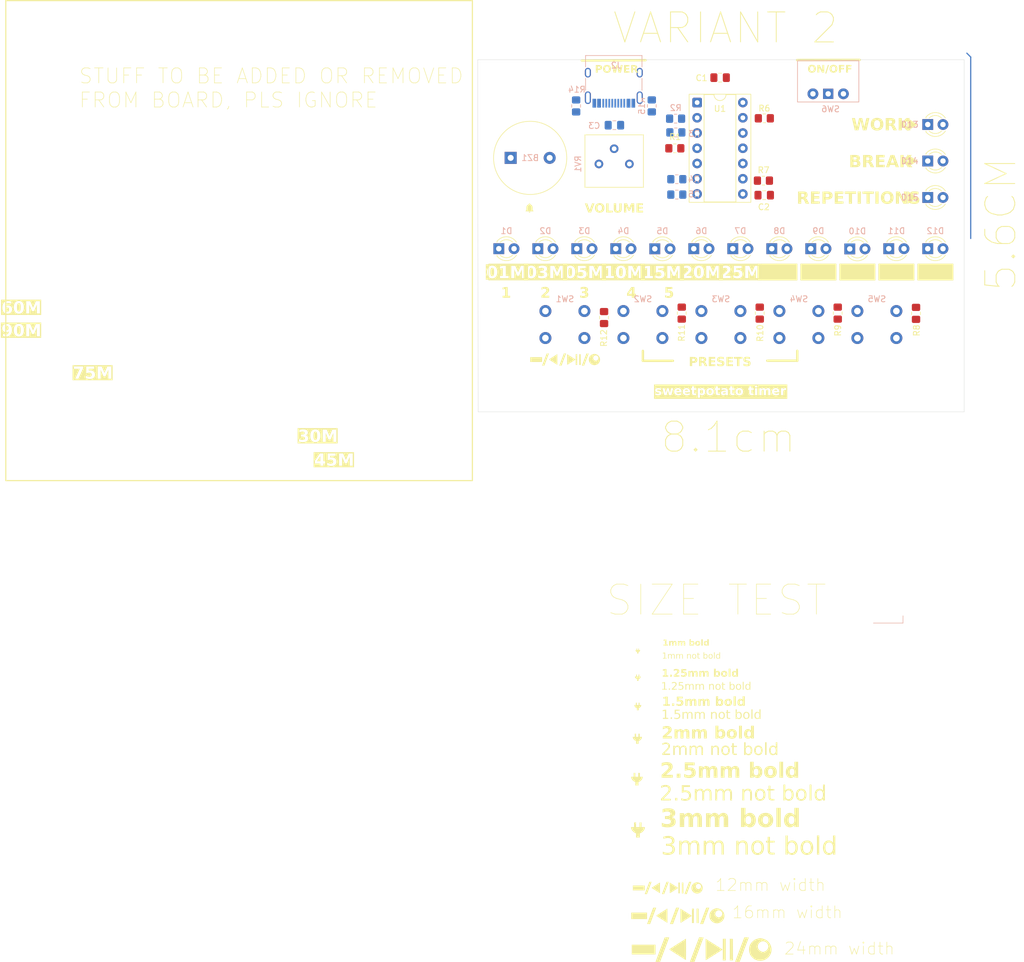
<source format=kicad_pcb>
(kicad_pcb (version 20241229) (generator "pcbnew") (generator_version "9.0")
  (layers (0 "F.Cu" signal) (4 "In1.Cu" signal) (6 "In2.Cu" signal) (2 "B.Cu" signal) (13 "F.Paste" user) (15 "B.Paste" user) (5 "F.SilkS" user "F.Silkscreen") (7 "B.SilkS" user "B.Silkscreen") (1 "F.Mask" user) (3 "B.Mask" user) (25 "Edge.Cuts" user))
  (net 0 "")
  (net 1 "GND")
  (net 2 "Net-(BZ1-+)")
  (net 3 "VCC")
  (net 4 "PA0")
  (net 5 "Net-(D1-K)")
  (net 6 "Net-(D1-A)")
  (net 7 "Net-(D11-A)")
  (net 8 "Net-(D10-A)")
  (net 9 "Net-(D13-K)")
  (net 10 "Net-(U1-~{RESET}{slash}PB3)")
  (net 11 "PB0")
  (net 12 "PB1")
  (net 13 "PA7")
  (net 14 "PA6")
  (net 15 "PA5")
  (net 16 "Net-(R10-Pad1)")
  (net 17 "Net-(R10-Pad2)")
  (net 18 "Net-(R11-Pad2)")
  (net 19 "PB2")
  (net 25 "Net-(R8-Pad1)")
  (net 26 "Net-(R12-Pad2)")
  (net 30 "Net-(J2-CC2)")
  (net 33 "Net-(J2-CC1)")
  (net 35 "+5V")
  (footprint "LOGO" (layer "F.Cu") (at 106.09 92.925)
    (property "Reference" "G***" (hide yes))
    (property "Value" "LOGO" (hide yes))
  )
  (footprint "LED_THT:LED_D3.0mm" (layer "F.Cu") (at 134.029986 74.446)
    (property "Reference" "D7" (at 1.27 -2.96 0) (layer "B.SilkS") (effects (justify mirror)))
    (property "Value" "LED")
    (pad "1" thru_hole rect (at 0 0) (size 1.8 1.8) (drill 0.9) (layers "*.Cu" "*.Mask") (net 7 "Net-(D11-A)"))
    (pad "2" thru_hole circle (at 2.54 0) (size 1.8 1.8) (drill 0.9) (layers "*.Cu" "*.Mask") (net 5 "Net-(D1-K)"))
  )
  (footprint "custom-project-libraries:SW_PUSH_6mm_H5mm" (layer "F.Cu") (at 128.8 84.837)
    (property "Reference" "SW3" (at 3.25 -2 0) (layer "B.SilkS") (effects (justify mirror)))
    (property "Value" "PRESET_2_BTN")
    (pad "1" thru_hole circle (at 0 0 90) (size 2 2) (drill 1.1) (layers "*.Cu" "*.Mask") (net 17 "Net-(R10-Pad2)"))
    (pad "1" thru_hole circle (at 6.5 0 90) (size 2 2) (drill 1.1) (layers "*.Cu" "*.Mask") (net 17 "Net-(R10-Pad2)"))
    (pad "2" thru_hole circle (at 0 4.5 90) (size 2 2) (drill 1.1) (layers "*.Cu" "*.Mask") (net 1 "GND"))
    (pad "2" thru_hole circle (at 6.5 4.5 90) (size 2 2) (drill 1.1) (layers "*.Cu" "*.Mask") (net 1 "GND"))
  )
  (footprint "LED_THT:LED_D3.0mm" (layer "F.Cu") (at 153.529986 74.476)
    (property "Reference" "D10" (at 1.27 -2.96 0) (layer "B.SilkS") (effects (justify mirror)))
    (property "Value" "LED")
    (pad "1" thru_hole rect (at 0 0) (size 1.8 1.8) (drill 0.9) (layers "*.Cu" "*.Mask") (net 5 "Net-(D1-K)"))
    (pad "2" thru_hole circle (at 2.54 0) (size 1.8 1.8) (drill 0.9) (layers "*.Cu" "*.Mask") (net 8 "Net-(D10-A)"))
  )
  (footprint "LED_THT:LED_D3.0mm" (layer "F.Cu") (at 166.529986 74.446)
    (property "Reference" "D12" (at 1.27 -2.96 0) (layer "B.SilkS") (effects (justify mirror)))
    (property "Value" "LED")
    (pad "1" thru_hole rect (at 0 0) (size 1.8 1.8) (drill 0.9) (layers "*.Cu" "*.Mask") (net 7 "Net-(D11-A)"))
    (pad "2" thru_hole circle (at 2.54 0) (size 1.8 1.8) (drill 0.9) (layers "*.Cu" "*.Mask") (net 8 "Net-(D10-A)"))
  )
  (footprint "custom-project-libraries:SW_PUSH_6mm_H5mm" (layer "F.Cu") (at 141.8 84.837)
    (property "Reference" "SW4" (at 3.25 -2 0) (layer "B.SilkS") (effects (justify mirror)))
    (property "Value" "PRESET_3_BTN")
    (pad "1" thru_hole circle (at 0 0 90) (size 2 2) (drill 1.1) (layers "*.Cu" "*.Mask") (net 16 "Net-(R10-Pad1)"))
    (pad "1" thru_hole circle (at 6.5 0 90) (size 2 2) (drill 1.1) (layers "*.Cu" "*.Mask") (net 16 "Net-(R10-Pad1)"))
    (pad "2" thru_hole circle (at 0 4.5 90) (size 2 2) (drill 1.1) (layers "*.Cu" "*.Mask") (net 1 "GND"))
    (pad "2" thru_hole circle (at 6.5 4.5 90) (size 2 2) (drill 1.1) (layers "*.Cu" "*.Mask") (net 1 "GND"))
  )
  (footprint "LED_THT:LED_D3.0mm" (layer "F.Cu") (at 127.529986 74.446)
    (property "Reference" "D6" (at 1.27 -2.96 0) (layer "B.SilkS") (effects (justify mirror)))
    (property "Value" "LED")
    (pad "1" thru_hole rect (at 0 0) (size 1.8 1.8) (drill 0.9) (layers "*.Cu" "*.Mask") (net 6 "Net-(D1-A)"))
    (pad "2" thru_hole circle (at 2.54 0) (size 1.8 1.8) (drill 0.9) (layers "*.Cu" "*.Mask") (net 8 "Net-(D10-A)"))
  )
  (footprint "LED_THT:LED_D3.0mm" (layer "F.Cu") (at 160.029986 74.446)
    (property "Reference" "D11" (at 1.27 -2.96 0) (layer "B.SilkS") (effects (justify mirror)))
    (property "Value" "LED")
    (pad "1" thru_hole rect (at 0 0) (size 1.8 1.8) (drill 0.9) (layers "*.Cu" "*.Mask") (net 8 "Net-(D10-A)"))
    (pad "2" thru_hole circle (at 2.54 0) (size 1.8 1.8) (drill 0.9) (layers "*.Cu" "*.Mask") (net 7 "Net-(D11-A)"))
  )
  (footprint "LED_THT:LED_D3.0mm" (layer "F.Cu") (at 166.529986 59.825775)
    (property "Reference" "D14" (at -3 0 180) (layer "B.SilkS"))
    (property "Value" "LED")
    (pad "1" thru_hole rect (at 0 0) (size 1.8 1.8) (drill 0.9) (layers "*.Cu" "*.Mask") (net 8 "Net-(D10-A)"))
    (pad "2" thru_hole circle (at 2.54 0) (size 1.8 1.8) (drill 0.9) (layers "*.Cu" "*.Mask") (net 9 "Net-(D13-K)"))
  )
  (footprint "LOGO" (layer "F.Cu") (at 124.875 185.65)
    (property "Reference" "G***" (hide yes))
    (property "Value" "LOGO" (hide yes))
  )
  (footprint "LED_THT:LED_D3.0mm" (layer "F.Cu") (at 114.529986 74.446)
    (property "Reference" "D4" (at 1.27 -2.96 0) (layer "B.SilkS") (effects (justify mirror)))
    (property "Value" "LED")
    (pad "1" thru_hole rect (at 0 0) (size 1.8 1.8) (drill 0.9) (layers "*.Cu" "*.Mask") (net 6 "Net-(D1-A)"))
    (pad "2" thru_hole circle (at 2.54 0) (size 1.8 1.8) (drill 0.9) (layers "*.Cu" "*.Mask") (net 7 "Net-(D11-A)"))
  )
  (footprint "MountingHole:MountingHole_3.2mm_M3" (layer "F.Cu") (at 96.33 47.78)
    (property "Reference" "REF**" (hide yes))
    (property "Value" "MountingHole_3.2mm_M3")
    (pad "" np_thru_hole circle (at 0 0) (size 3.2 3.2) (drill 3.2) (layers "*.Cu" "*.Mask"))
  )
  (footprint "LED_THT:LED_D3.0mm" (layer "F.Cu") (at 166.529986 53.745775)
    (property "Reference" "D13" (at -3 0 180) (layer "B.SilkS"))
    (property "Value" "LED")
    (pad "1" thru_hole rect (at 0 0) (size 1.8 1.8) (drill 0.9) (layers "*.Cu" "*.Mask") (net 9 "Net-(D13-K)"))
    (pad "2" thru_hole circle (at 2.54 0) (size 1.8 1.8) (drill 0.9) (layers "*.Cu" "*.Mask") (net 8 "Net-(D10-A)"))
  )
  (footprint "MountingHole:MountingHole_3.2mm_M3" (layer "F.Cu") (at 167.8 47.78)
    (property "Reference" "REF**" (hide yes))
    (property "Value" "MountingHole_3.2mm_M3")
    (pad "" np_thru_hole circle (at 0 0) (size 3.2 3.2) (drill 3.2) (layers "*.Cu" "*.Mask"))
  )
  (footprint "custom-project-libraries:SW_PUSH_6mm_H5mm" (layer "F.Cu") (at 154.8 84.837)
    (property "Reference" "SW5" (at 3.25 -2 0) (layer "B.SilkS") (effects (justify mirror)))
    (property "Value" "RIGHT_BTN")
    (pad "1" thru_hole circle (at 0 0 90) (size 2 2) (drill 1.1) (layers "*.Cu" "*.Mask") (net 25 "Net-(R8-Pad1)"))
    (pad "1" thru_hole circle (at 6.5 0 90) (size 2 2) (drill 1.1) (layers "*.Cu" "*.Mask") (net 25 "Net-(R8-Pad1)"))
    (pad "2" thru_hole circle (at 0 4.5 90) (size 2 2) (drill 1.1) (layers "*.Cu" "*.Mask") (net 1 "GND"))
    (pad "2" thru_hole circle (at 6.5 4.5 90) (size 2 2) (drill 1.1) (layers "*.Cu" "*.Mask") (net 1 "GND"))
  )
  (footprint "LOGO" (layer "F.Cu") (at 118.200001 141.431349)
    (property "Reference" "G***" (hide yes))
    (property "Value" "LOGO" (hide yes))
  )
  (footprint "LOGO" (layer "F.Cu") (at 123.2 181)
    (property "Reference" "G***" (hide yes))
    (property "Value" "LOGO" (hide yes))
  )
  (footprint "LOGO" (layer "F.Cu") (at 100.150001 67.634209)
    (property "Reference" "G***" (hide yes))
    (property "Value" "LOGO" (hide yes))
  )
  (footprint "LOGO" (layer "F.Cu") (at 128.85 191.275)
    (property "Reference" "G***" (hide yes))
    (property "Value" "LOGO" (hide yes))
  )
  (footprint "Resistor_SMD:R_0805_2012Metric_Pad1.20x1.40mm_HandSolder" (layer "F.Cu") (at 164.577 85.222 90)
    (property "Reference" "R8" (at -2.85 0.105 90) (layer "F.SilkS"))
    (property "Value" "10")
    (pad "1" smd roundrect (at -1 0 90) (size 1.2 1.4) (layers "F.Cu" "F.Mask" "F.Paste") (roundrect_rratio 0.208333) (net 25 "Net-(R8-Pad1)"))
    (pad "2" smd roundrect (at 1 0 90) (size 1.2 1.4) (layers "F.Cu" "F.Mask" "F.Paste") (roundrect_rratio 0.208333) (net 15 "PA5"))
  )
  (footprint "custom-project-libraries:SW_PUSH_6mm_H5mm" (layer "F.Cu") (at 102.8 84.837)
    (property "Reference" "SW1" (at 3.25 -2 0) (layer "B.SilkS") (effects (justify mirror)))
    (property "Value" "LEFT_BTN")
    (pad "1" thru_hole circle (at 0 0 90) (size 2 2) (drill 1.1) (layers "*.Cu" "*.Mask") (net 26 "Net-(R12-Pad2)"))
    (pad "1" thru_hole circle (at 6.5 0 90) (size 2 2) (drill 1.1) (layers "*.Cu" "*.Mask") (net 26 "Net-(R12-Pad2)"))
    (pad "2" thru_hole circle (at 0 4.5 90) (size 2 2) (drill 1.1) (layers "*.Cu" "*.Mask") (net 1 "GND"))
    (pad "2" thru_hole circle (at 6.5 4.5 90) (size 2 2) (drill 1.1) (layers "*.Cu" "*.Mask") (net 1 "GND"))
  )
  (footprint "Resistor_SMD:R_0805_2012Metric_Pad1.20x1.40mm_HandSolder" (layer "F.Cu") (at 139.29 52.71)
    (property "Reference" "R6" (at 0 -1.65 0) (layer "F.SilkS"))
    (property "Value" "150")
    (pad "1" smd roundrect (at -1 0) (size 1.2 1.4) (layers "F.Cu" "F.Mask" "F.Paste") (roundrect_rratio 0.208333) (net 4 "PA0"))
    (pad "2" smd roundrect (at 1 0) (size 1.2 1.4) (layers "F.Cu" "F.Mask" "F.Paste") (roundrect_rratio 0.208333) (net 9 "Net-(D13-K)"))
  )
  (footprint "LOGO" (layer "F.Cu") (at 118.225 171.1)
    (property "Reference" "G***" (hide yes))
    (property "Value" "LOGO" (hide yes))
  )
  (footprint "Capacitor_SMD:C_0805_2012Metric_Pad1.18x1.45mm_HandSolder" (layer "F.Cu") (at 139.27 65.52 180)
    (property "Reference" "C2" (at 0.06 -1.98 0) (layer "F.SilkS"))
    (property "Value" "100n")
    (pad "1" smd roundrect (at -1.0375 0 180) (size 1.175 1.45) (layers "F.Cu" "F.Mask" "F.Paste") (roundrect_rratio 0.212766) (net 15 "PA5"))
    (pad "2" smd roundrect (at 1.0375 0 180) (size 1.175 1.45) (layers "F.Cu" "F.Mask" "F.Paste") (roundrect_rratio 0.212766) (net 1 "GND"))
  )
  (footprint "Resistor_SMD:R_0805_2012Metric_Pad1.20x1.40mm_HandSolder" (layer "F.Cu") (at 151.525 85.185 90)
    (property "Reference" "R9" (at -2.89 0.04 90) (layer "F.SilkS"))
    (property "Value" "510")
    (pad "1" smd roundrect (at -1 0 90) (size 1.2 1.4) (layers "F.Cu" "F.Mask" "F.Paste") (roundrect_rratio 0.208333) (net 15 "PA5"))
    (pad "2" smd roundrect (at 1 0 90) (size 1.2 1.4) (layers "F.Cu" "F.Mask" "F.Paste") (roundrect_rratio 0.208333) (net 16 "Net-(R10-Pad1)"))
  )
  (footprint "LED_THT:LED_D3.0mm" (layer "F.Cu") (at 95.029986 74.446)
    (property "Reference" "D1" (at 1.27 -2.96 0) (layer "B.SilkS") (effects (justify mirror)))
    (property "Value" "LED")
    (pad "1" thru_hole rect (at 0 0) (size 1.8 1.8) (drill 0.9) (layers "*.Cu" "*.Mask") (net 5 "Net-(D1-K)"))
    (pad "2" thru_hole circle (at 2.54 0) (size 1.8 1.8) (drill 0.9) (layers "*.Cu" "*.Mask") (net 6 "Net-(D1-A)"))
  )
  (footprint "LED_THT:LED_D3.0mm" (layer "F.Cu") (at 108.029986 74.446)
    (property "Reference" "D3" (at 1.27 -2.96 0) (layer "B.SilkS") (effects (justify mirror)))
    (property "Value" "LED")
    (pad "1" thru_hole rect (at 0 0) (size 1.8 1.8) (drill 0.9) (layers "*.Cu" "*.Mask") (net 7 "Net-(D11-A)"))
    (pad "2" thru_hole circle (at 2.54 0) (size 1.8 1.8) (drill 0.9) (layers "*.Cu" "*.Mask") (net 6 "Net-(D1-A)"))
  )
  (footprint "Resistor_SMD:R_0805_2012Metric_Pad1.20x1.40mm_HandSolder" (layer "F.Cu") (at 138.525 85.185 90)
    (property "Reference" "R10" (at -3.33 0.065 90) (layer "F.SilkS"))
    (property "Value" "680")
    (pad "1" smd roundrect (at -1 0 90) (size 1.2 1.4) (layers "F.Cu" "F.Mask" "F.Paste") (roundrect_rratio 0.208333) (net 16 "Net-(R10-Pad1)"))
    (pad "2" smd roundrect (at 1 0 90) (size 1.2 1.4) (layers "F.Cu" "F.Mask" "F.Paste") (roundrect_rratio 0.208333) (net 17 "Net-(R10-Pad2)"))
  )
  (footprint "Resistor_SMD:R_0805_2012Metric_Pad1.20x1.40mm_HandSolder" (layer "F.Cu") (at 124.37 57.71)
    (property "Reference" "R1" (at 0.06 -1.896 0) (layer "F.SilkS"))
    (property "Value" "10k")
    (pad "1" smd roundrect (at -1 0) (size 1.2 1.4) (layers "F.Cu" "F.Mask" "F.Paste") (roundrect_rratio 0.208333) (net 3 "VCC"))
    (pad "2" smd roundrect (at 1 0) (size 1.2 1.4) (layers "F.Cu" "F.Mask" "F.Paste") (roundrect_rratio 0.208333) (net 10 "Net-(U1-~{RESET}{slash}PB3)"))
  )
  (footprint "MountingHole:MountingHole_3.2mm_M3" (layer "F.Cu") (at 96.33 96.75)
    (property "Reference" "REF**" (hide yes))
    (property "Value" "MountingHole_3.2mm_M3")
    (pad "" np_thru_hole circle (at 0 0) (size 3.2 3.2) (drill 3.2) (layers "*.Cu" "*.Mask"))
  )
  (footprint "LED_THT:LED_D3.0mm" (layer "F.Cu") (at 166.529986 65.905775)
    (property "Reference" "D15" (at -3 0 180) (layer "B.SilkS"))
    (property "Value" "LED")
    (pad "1" thru_hole rect (at 0 0) (size 1.8 1.8) (drill 0.9) (layers "*.Cu" "*.Mask") (net 9 "Net-(D13-K)"))
    (pad "2" thru_hole circle (at 2.54 0) (size 1.8 1.8) (drill 0.9) (layers "*.Cu" "*.Mask") (net 7 "Net-(D11-A)"))
  )
  (footprint "custom-project-libraries:SW_PUSH_6mm_H5mm" (layer "F.Cu") (at 115.8 84.837)
    (property "Reference" "SW2" (at 3.25 -2 0) (layer "B.SilkS") (effects (justify mirror)))
    (property "Value" "PRESET_1_BTN")
    (pad "1" thru_hole circle (at 0 0 90) (size 2 2) (drill 1.1) (layers "*.Cu" "*.Mask") (net 18 "Net-(R11-Pad2)"))
    (pad "1" thru_hole circle (at 6.5 0 90) (size 2 2) (drill 1.1) (layers "*.Cu" "*.Mask") (net 18 "Net-(R11-Pad2)"))
    (pad "2" thru_hole circle (at 0 4.5 90) (size 2 2) (drill 1.1) (layers "*.Cu" "*.Mask") (net 1 "GND"))
    (pad "2" thru_hole circle (at 6.5 4.5 90) (size 2 2) (drill 1.1) (layers "*.Cu" "*.Mask") (net 1 "GND"))
  )
  (footprint "LOGO" (layer "F.Cu") (at 118.200001 145.856349)
    (property "Reference" "G***" (hide yes))
    (property "Value" "LOGO" (hide yes))
  )
  (footprint "LOGO" (layer "F.Cu") (at 118.125 155.975)
    (property "Reference" "G***" (hide yes))
    (property "Value" "LOGO" (hide yes))
  )
  (footprint "Resistor_SMD:R_0805_2012Metric_Pad1.20x1.40mm_HandSolder" (layer "F.Cu") (at 112.575 85.925 90)
    (property "Reference" "R12" (at -3.42 -0.03 90) (layer "F.SilkS"))
    (property "Value" "5.1k")
    (pad "1" smd roundrect (at -1 0 90) (size 1.2 1.4) (layers "F.Cu" "F.Mask" "F.Paste") (roundrect_rratio 0.208333) (net 18 "Net-(R11-Pad2)"))
    (pad "2" smd roundrect (at 1 0 90) (size 1.2 1.4) (layers "F.Cu" "F.Mask" "F.Paste") (roundrect_rratio 0.208333) (net 26 "Net-(R12-Pad2)"))
  )
  (footprint "Package_DIP:DIP-14_W7.62mm_Socket" (layer "F.Cu") (at 128.09 50.084)
    (property "Reference" "U1" (at 3.81 1.02 0) (layer "F.SilkS"))
    (property "Value" "ATtiny84A-P")
    (pad "1" thru_hole roundrect (at 0 0) (size 1.6 1.6) (drill 0.8) (layers "*.Cu" "*.Mask") (roundrect_rratio 0.15625) (net 3 "VCC"))
    (pad "2" thru_hole circle (at 0 2.54) (size 1.6 1.6) (drill 0.8) (layers "*.Cu" "*.Mask") (net 11 "PB0"))
    (pad "3" thru_hole circle (at 0 5.08) (size 1.6 1.6) (drill 0.8) (layers "*.Cu" "*.Mask") (net 12 "PB1"))
    (pad "4" thru_hole circle (at 0 7.62) (size 1.6 1.6) (drill 0.8) (layers "*.Cu" "*.Mask") (net 10 "Net-(U1-~{RESET}{slash}PB3)"))
    (pad "5" thru_hole circle (at 0 10.16) (size 1.6 1.6) (drill 0.8) (layers "*.Cu" "*.Mask") (net 19 "PB2"))
    (pad "6" thru_hole circle (at 0 12.7) (size 1.6 1.6) (drill 0.8) (layers "*.Cu" "*.Mask") (net 13 "PA7"))
    (pad "7" thru_hole circle (at 0 15.24) (size 1.6 1.6) (drill 0.8) (layers "*.Cu" "*.Mask") (net 14 "PA6"))
    (pad "8" thru_hole circle (at 7.62 15.24) (size 1.6 1.6) (drill 0.8) (layers "*.Cu" "*.Mask") (net 15 "PA5"))
    (pad "9" thru_hole circle (at 7.62 12.7) (size 1.6 1.6) (drill 0.8) (layers "*.Cu" "*.Mask"))
    (pad "10" thru_hole circle (at 7.62 10.16) (size 1.6 1.6) (drill 0.8) (layers "*.Cu" "*.Mask"))
    (pad "11" thru_hole circle (at 7.62 7.62) (size 1.6 1.6) (drill 0.8) (layers "*.Cu" "*.Mask"))
    (pad "12" thru_hole circle (at 7.62 5.08) (size 1.6 1.6) (drill 0.8) (layers "*.Cu" "*.Mask"))
    (pad "13" thru_hole circle (at 7.62 2.54) (size 1.6 1.6) (drill 0.8) (layers "*.Cu" "*.Mask") (net 4 "PA0"))
    (pad "14" thru_hole circle (at 7.62 0) (size 1.6 1.6) (drill 0.8) (layers "*.Cu" "*.Mask") (net 1 "GND"))
  )
  (footprint "LED_THT:LED_D3.0mm" (layer "F.Cu") (at 121.029986 74.461)
    (property "Reference" "D5" (at 1.27 -2.96 0) (layer "B.SilkS") (effects (justify mirror)))
    (property "Value" "LED")
    (pad "1" thru_hole rect (at 0 0) (size 1.8 1.8) (drill 0.9) (layers "*.Cu" "*.Mask") (net 8 "Net-(D10-A)"))
    (pad "2" thru_hole circle (at 2.54 0) (size 1.8 1.8) (drill 0.9) (layers "*.Cu" "*.Mask") (net 6 "Net-(D1-A)"))
  )
  (footprint "MountingHole:MountingHole_3.2mm_M3" (layer "F.Cu") (at 167.8 96.75)
    (property "Reference" "REF**" (hide yes))
    (property "Value" "MountingHole_3.2mm_M3")
    (pad "" np_thru_hole circle (at 0 0) (size 3.2 3.2) (drill 3.2) (layers "*.Cu" "*.Mask"))
  )
  (footprint "LED_THT:LED_D3.0mm" (layer "F.Cu") (at 147.029986 74.446)
    (property "Reference" "D9" (at 1.27 -2.96 0) (layer "B.SilkS") (effects (justify mirror)))
    (property "Value" "LED")
    (pad "1" thru_hole rect (at 0 0) (size 1.8 1.8) (drill 0.9) (layers "*.Cu" "*.Mask") (net 8 "Net-(D10-A)"))
    (pad "2" thru_hole circle (at 2.54 0) (size 1.8 1.8) (drill 0.9) (layers "*.Cu" "*.Mask") (net 5 "Net-(D1-K)"))
  )
  (footprint "Resistor_SMD:R_0805_2012Metric_Pad1.20x1.40mm_HandSolder" (layer "F.Cu") (at 125.525 85.185 90)
    (property "Reference" "R11" (at -3.288 -0.015 90) (layer "F.SilkS"))
    (property "Value" "2.2k")
    (pad "1" smd roundrect (at -1 0 90) (size 1.2 1.4) (layers "F.Cu" "F.Mask" "F.Paste") (roundrect_rratio 0.208333) (net 17 "Net-(R10-Pad2)"))
    (pad "2" smd roundrect (at 1 0 90) (size 1.2 1.4) (layers "F.Cu" "F.Mask" "F.Paste") (roundrect_rratio 0.208333) (net 18 "Net-(R11-Pad2)"))
  )
  (footprint "Capacitor_SMD:C_0805_2012Metric_Pad1.18x1.45mm_HandSolder" (layer "F.Cu") (at 131.92 45.934)
    (property "Reference" "C1" (at -3.093405 0.054684 0) (layer "F.SilkS"))
    (property "Value" "100n")
    (pad "1" smd roundrect (at -1.0375 0) (size 1.175 1.45) (layers "F.Cu" "F.Mask" "F.Paste") (roundrect_rratio 0.212766) (net 3 "VCC"))
    (pad "2" smd roundrect (at 1.0375 0) (size 1.175 1.45) (layers "F.Cu" "F.Mask" "F.Paste") (roundrect_rratio 0.212766) (net 1 "GND"))
  )
  (footprint "custom-project-libraries:Potentiometer_Bourns_3386P_Vertical" (layer "F.Cu") (at 116.798 60.322 90)
    (property "Reference" "RV1" (at -0.015 -8.555 270) (layer "B.SilkS") (effects (justify mirror)))
    (property "Value" "B10K")
    (pad "1" thru_hole circle (at 0 0 90) (size 1.44 1.44) (drill 0.8) (layers "*.Cu" "*.Mask") (net 1 "GND"))
    (pad "2" thru_hole circle (at 2.54 -2.54 90) (size 1.44 1.44) (drill 0.8) (layers "*.Cu" "*.Mask") (net 2 "Net-(BZ1-+)"))
    (pad "3" thru_hole circle (at 0 -5.08 90) (size 1.44 1.44) (drill 0.8) (layers "*.Cu" "*.Mask") (net 19 "PB2"))
  )
  (footprint "custom-project-libraries:Buzzer_12x5.5RM6.5" (layer "F.Cu") (at 97.7585 59.306)
    (property "Reference" "BZ1" (at 2.5 0 0) (layer "B.SilkS") (effects (justify mirror)))
    (property "Value" "PIEZO_BUZZER")
    (pad "1" thru_hole rect (at -0.75 0) (size 2 2) (drill 1) (layers "*.Cu" "*.Mask") (net 2 "Net-(BZ1-+)"))
    (pad "2" thru_hole circle (at 5.75 0) (size 2 2) (drill 1) (layers "*.Cu" "*.Mask") (net 1 "GND"))
  )
  (footprint "LED_THT:LED_D3.0mm" (layer "F.Cu") (at 140.529986 74.446)
    (property "Reference" "D8" (at 1.27 -2.96 0) (layer "B.SilkS") (effects (justify mirror)))
    (property "Value" "LED")
    (pad "1" thru_hole rect (at 0 0) (size 1.8 1.8) (drill 0.9) (layers "*.Cu" "*.Mask") (net 5 "Net-(D1-K)"))
    (pad "2" thru_hole circle (at 2.54 0) (size 1.8 1.8) (drill 0.9) (layers "*.Cu" "*.Mask") (net 7 "Net-(D11-A)"))
  )
  (footprint "Resistor_SMD:R_0805_2012Metric_Pad1.20x1.40mm_HandSolder" (layer "F.Cu") (at 139.14 63.1 180)
    (property "Reference" "R7" (at -0.03 1.76 0) (layer "F.SilkS"))
    (property "Value" "2.2k")
    (pad "1" smd roundrect (at -1 0 180) (size 1.2 1.4) (layers "F.Cu" "F.Mask" "F.Paste") (roundrect_rratio 0.208333) (net 3 "VCC"))
    (pad "2" smd roundrect (at 1 0 180) (size 1.2 1.4) (layers "F.Cu" "F.Mask" "F.Paste") (roundrect_rratio 0.208333) (net 15 "PA5"))
  )
  (footprint "LOGO" (layer "F.Cu") (at 118.05 162.675)
    (property "Reference" "G***" (hide yes))
    (property "Value" "LOGO" (hide yes))
  )
  (footprint "LOGO" (layer "F.Cu") (at 118.200001 150.631349)
    (property "Reference" "G***" (hide yes))
    (property "Value" "LOGO" (hide yes))
  )
  (footprint "LED_THT:LED_D3.0mm" (layer "F.Cu") (at 101.529986 74.446)
    (property "Reference" "D2" (at 1.27 -2.96 0) (layer "B.SilkS") (effects (justify mirror)))
    (property "Value" "LED")
    (pad "1" thru_hole rect (at 0 0) (size 1.8 1.8) (drill 0.9) (layers "*.Cu" "*.Mask") (net 6 "Net-(D1-A)"))
    (pad "2" thru_hole circle (at 2.54 0) (size 1.8 1.8) (drill 0.9) (layers "*.Cu" "*.Mask") (net 5 "Net-(D1-K)"))
  )
  (footprint "Resistor_SMD:R_0805_2012Metric_Pad1.20x1.40mm_HandSolder" (layer "B.Cu") (at 124.54 55.06)
    (property "Reference" "R3" (at 3.05 0.22 0) (layer "B.SilkS") (effects (justify mirror)))
    (property "Value" "150")
    (pad "1" smd roundrect (at -1 0) (size 1.2 1.4) (layers "B.Cu" "B.Mask" "B.Paste") (roundrect_rratio 0.208333) (net 12 "PB1"))
    (pad "2" smd roundrect (at 1 0) (size 1.2 1.4) (layers "B.Cu" "B.Mask" "B.Paste") (roundrect_rratio 0.208333) (net 5 "Net-(D1-K)"))
  )
  (footprint "Resistor_SMD:R_0805_2012Metric_Pad1.20x1.40mm_HandSolder" (layer "B.Cu") (at 120.53 50.64 -90)
    (property "Reference" "R15" (at 0 1.65 90) (layer "B.SilkS") (effects (justify mirror)))
    (property "Value" "5.1k")
    (pad "1" smd roundrect (at -1 0 270) (size 1.2 1.4) (layers "B.Cu" "B.Mask" "B.Paste") (roundrect_rratio 0.208333) (net 1 "GND"))
    (pad "2" smd roundrect (at 1 0 270) (size 1.2 1.4) (layers "B.Cu" "B.Mask" "B.Paste") (roundrect_rratio 0.208333) (net 30 "Net-(J2-CC2)"))
  )
  (footprint "Resistor_SMD:R_0805_2012Metric_Pad1.20x1.40mm_HandSolder" (layer "B.Cu") (at 124.5 52.77)
    (property "Reference" "R2" (at 0.02 -1.794 0) (layer "B.SilkS") (effects (justify mirror)))
    (property "Value" "150")
    (pad "1" smd roundrect (at -1 0) (size 1.2 1.4) (layers "B.Cu" "B.Mask" "B.Paste") (roundrect_rratio 0.208333) (net 11 "PB0"))
    (pad "2" smd roundrect (at 1 0) (size 1.2 1.4) (layers "B.Cu" "B.Mask" "B.Paste") (roundrect_rratio 0.208333) (net 6 "Net-(D1-A)"))
  )
  (footprint "Resistor_SMD:R_0805_2012Metric_Pad1.20x1.40mm_HandSolder" (layer "B.Cu") (at 124.7 62.86)
    (property "Reference" "R4" (at 2.84 0 0) (layer "B.SilkS") (effects (justify mirror)))
    (property "Value" "150")
    (pad "1" smd roundrect (at -1 0) (size 1.2 1.4) (layers "B.Cu" "B.Mask" "B.Paste") (roundrect_rratio 0.208333) (net 13 "PA7"))
    (pad "2" smd roundrect (at 1 0) (size 1.2 1.4) (layers "B.Cu" "B.Mask" "B.Paste") (roundrect_rratio 0.208333) (net 7 "Net-(D11-A)"))
  )
  (footprint "Connector_USB:USB_C_Receptacle_HRO_TYPE-C-31-M-12" (layer "B.Cu") (at 114.1975 46.15)
    (property "Reference" "J2" (at 0.39 -2.25 0) (layer "B.SilkS") (effects (justify mirror)))
    (property "Value" "USB_C_PWR_IN")
    (pad "" np_thru_hole circle (at -2.89 2.6) (size 0.65 0.65) (drill 0.65) (layers "*.Cu" "*.Mask"))
    (pad "" np_thru_hole circle (at 2.89 2.6) (size 0.65 0.65) (drill 0.65) (layers "*.Cu" "*.Mask"))
    (pad "A1" smd rect (at -3.25 4.045) (size 0.6 1.45) (layers "B.Cu" "B.Mask" "B.Paste") (net 1 "GND"))
    (pad "A4" smd rect (at -2.45 4.045) (size 0.6 1.45) (layers "B.Cu" "B.Mask" "B.Paste") (net 35 "+5V"))
    (pad "A5" smd rect (at -1.25 4.045) (size 0.3 1.45) (layers "B.Cu" "B.Mask" "B.Paste") (net 33 "Net-(J2-CC1)"))
    (pad "A6" smd rect (at -0.25 4.045) (size 0.3 1.45) (layers "B.Cu" "B.Mask" "B.Paste"))
    (pad "A7" smd rect (at 0.25 4.045) (size 0.3 1.45) (layers "B.Cu" "B.Mask" "B.Paste"))
    (pad "A8" smd rect (at 1.25 4.045) (size 0.3 1.45) (layers "B.Cu" "B.Mask" "B.Paste"))
    (pad "A9" smd rect (at 2.45 4.045) (size 0.6 1.45) (layers "B.Cu" "B.Mask" "B.Paste") (net 35 "+5V"))
    (pad "A12" smd rect (at 3.25 4.045) (size 0.6 1.45) (layers "B.Cu" "B.Mask" "B.Paste") (net 1 "GND"))
    (pad "B1" smd rect (at 3.25 4.045) (size 0.6 1.45) (layers "B.Cu" "B.Mask" "B.Paste") (net 1 "GND"))
    (pad "B4" smd rect (at 2.45 4.045) (size 0.6 1.45) (layers "B.Cu" "B.Mask" "B.Paste") (net 35 "+5V"))
    (pad "B5" smd rect (at 1.75 4.045) (size 0.3 1.45) (layers "B.Cu" "B.Mask" "B.Paste") (net 30 "Net-(J2-CC2)"))
    (pad "B6" smd rect (at 0.75 4.045) (size 0.3 1.45) (layers "B.Cu" "B.Mask" "B.Paste"))
    (pad "B7" smd rect (at -0.75 4.045) (size 0.3 1.45) (layers "B.Cu" "B.Mask" "B.Paste"))
    (pad "B8" smd rect (at -1.75 4.045) (size 0.3 1.45) (layers "B.Cu" "B.Mask" "B.Paste"))
    (pad "B9" smd rect (at -2.45 4.045) (size 0.6 1.45) (layers "B.Cu" "B.Mask" "B.Paste") (net 35 "+5V"))
    (pad "B12" smd rect (at -3.25 4.045) (size 0.6 1.45) (layers "B.Cu" "B.Mask" "B.Paste") (net 1 "GND"))
    (pad "S1" thru_hole oval (at -4.32 -1.05) (size 1 1.6) (drill oval 0.6 1.2) (property pad_prop_heatsink) (layers "*.Cu" "*.Mask") (net 1 "GND"))
    (pad "S1" thru_hole oval (at -4.32 3.13) (size 1 2.1) (drill oval 0.6 1.7) (property pad_prop_heatsink) (layers "*.Cu" "*.Mask") (net 1 "GND"))
    (pad "S1" thru_hole oval (at 4.32 -1.05) (size 1 1.6) (drill oval 0.6 1.2) (property pad_prop_heatsink) (layers "*.Cu" "*.Mask") (net 1 "GND"))
    (pad "S1" thru_hole oval (at 4.32 3.13) (size 1 2.1) (drill oval 0.6 1.7) (property pad_prop_heatsink) (layers "*.Cu" "*.Mask") (net 1 "GND"))
  )
  (footprint "Capacitor_SMD:C_0805_2012Metric_Pad1.18x1.45mm_HandSolder" (layer "B.Cu") (at 114.2985 53.856 180)
    (property "Reference" "C3" (at 3.36118 -0.088728 0) (layer "B.SilkS") (effects (justify mirror)))
    (property "Value" "4.7u")
    (pad "1" smd roundrect (at -1.0375 0 180) (size 1.175 1.45) (layers "B.Cu" "B.Mask" "B.Paste") (roundrect_rratio 0.212766) (net 35 "+5V"))
    (pad "2" smd roundrect (at 1.0375 0 180) (size 1.175 1.45) (layers "B.Cu" "B.Mask" "B.Paste") (roundrect_rratio 0.212766) (net 1 "GND"))
  )
  (footprint "Resistor_SMD:R_0805_2012Metric_Pad1.20x1.40mm_HandSolder" (layer "B.Cu") (at 107.92 50.65 -90)
    (property "Reference" "R14" (at -2.74 -0.12 0) (layer "B.SilkS") (effects (justify mirror)))
    (property "Value" "5.1k")
    (pad "1" smd roundrect (at -1 0 270) (size 1.2 1.4) (layers "B.Cu" "B.Mask" "B.Paste") (roundrect_rratio 0.208333) (net 1 "GND"))
    (pad "2" smd roundrect (at 1 0 270) (size 1.2 1.4) (layers "B.Cu" "B.Mask" "B.Paste") (roundrect_rratio 0.208333) (net 33 "Net-(J2-CC1)"))
  )
  (footprint "Resistor_SMD:R_0805_2012Metric_Pad1.20x1.40mm_HandSolder" (layer "B.Cu") (at 124.7 65.43)
    (property "Reference" "R5" (at 2.87 -0.07 0) (layer "B.SilkS") (effects (justify mirror)))
    (property "Value" "150")
    (pad "1" smd roundrect (at -1 0) (size 1.2 1.4) (layers "B.Cu" "B.Mask" "B.Paste") (roundrect_rratio 0.208333) (net 14 "PA6"))
    (pad "2" smd roundrect (at 1 0) (size 1.2 1.4) (layers "B.Cu" "B.Mask" "B.Paste") (roundrect_rratio 0.208333) (net 8 "Net-(D10-A)"))
  )
  (footprint "custom-project-libraries:SW_Slide-03_Wuerth-WS-SLTU_10x2.5mm_P2.54mm" (layer "B.Cu") (at 149.9325 48.63)
    (property "Reference" "SW6" (at 0.4 2.54 0) (layer "B.SilkS") (effects (justify mirror)))
    (property "Value" "PWR_SWITCH")
    (pad "1" thru_hole rect (at 0 0) (size 1.7 1.7) (drill 0.9) (layers "*.Cu" "*.Mask") (net 35 "+5V"))
    (pad "2" thru_hole circle (at -2.54 0) (size 1.8 1.8) (drill 0.9) (layers "*.Cu" "*.Mask") (net 3 "VCC"))
    (pad "3" thru_hole circle (at 2.54 0) (size 1.8 1.8) (drill 0.9) (layers "*.Cu" "*.Mask"))
  )
  (gr_rect (start 138.849986 76.987) (end 144.749986 79.687) (stroke (width 0.1)) (fill yes) (layer "F.SilkS"))
  (gr_rect (start 112.849986 76.987) (end 118.749986 79.687) (stroke (width 0.1)) (fill no) (layer "F.SilkS"))
  (gr_rect (start 164.849986 76.987) (end 170.749986 79.687) (stroke (width 0.1)) (fill yes) (layer "F.SilkS"))
  (gr_poly (pts (xy 163.190936 58.823439) (xy 163.190936 60.808439) (xy 164.718936 59.824939)) (stroke (width 0.1)) (fill yes) (layer "F.SilkS"))
  (gr_line (start 119.4775 43.02) (end 108.8775 43.07) (stroke (width 0.4)) (layer "F.SilkS"))
  (gr_rect (start 93.349986 76.987) (end 99.249986 79.687) (stroke (width 0.1)) (fill no) (layer "F.SilkS"))
  (gr_rect (start 125.849986 76.987) (end 131.749986 79.687) (stroke (width 0.1)) (fill no) (layer "F.SilkS"))
  (gr_rect (start 99.849986 76.987) (end 105.749986 79.687) (stroke (width 0.1)) (fill no) (layer "F.SilkS"))
  (gr_rect (start 106.349986 76.987) (end 112.249986 79.687) (stroke (width 0.1)) (fill no) (layer "F.SilkS"))
  (gr_rect (start 132.349986 76.987) (end 138.249986 79.687) (stroke (width 0.1)) (fill no) (layer "F.SilkS"))
  (gr_line (start 144.78 93.115) (end 139.78 93.115) (stroke (width 0.4)) (layer "F.SilkS"))
  (gr_line (start 144.78 91.465) (end 144.78 93.115) (stroke (width 0.4)) (layer "F.SilkS"))
  (gr_rect (start 105.749986 76.987) (end 106.349986 79.687) (stroke (width 0.1)) (fill yes) (layer "F.SilkS"))
  (gr_poly (pts (xy 163.185821 64.924831) (xy 163.185821 66.909831) (xy 164.713821 65.926331)) (stroke (width 0.1)) (fill yes) (layer "F.SilkS"))
  (gr_rect (start 131.75 76.99) (end 132.35 79.69) (stroke (width 0.1)) (fill yes) (layer "F.SilkS"))
  (gr_rect (start 138.2 76.99) (end 138.8 79.69) (stroke (width 0.1)) (fill yes) (layer "F.SilkS"))
  (gr_rect (start 158.349986 76.987) (end 164.249986 79.687) (stroke (width 0.1)) (fill yes) (layer "F.SilkS"))
  (gr_rect (start 12.85 33.09) (end 90.63 113.1) (stroke (width 0.2)) (fill no) (layer "F.SilkS"))
  (gr_line (start 119.05 91.485) (end 119.05 93.135) (stroke (width 0.4)) (layer "F.SilkS"))
  (gr_rect (start 125.26 77) (end 125.86 79.7) (stroke (width 0.1)) (fill yes) (layer "F.SilkS"))
  (gr_rect (start 151.849986 76.987) (end 157.749986 79.687) (stroke (width 0.1)) (fill yes) (layer "F.SilkS"))
  (gr_line (start 119.05 93.135) (end 124.05 93.135) (stroke (width 0.4)) (layer "F.SilkS"))
  (gr_poly (pts (xy 163.188069 52.751704) (xy 163.188069 54.736704) (xy 164.716069 53.753204)) (stroke (width 0.1)) (fill yes) (layer "F.SilkS"))
  (gr_rect (start 118.72 76.99) (end 119.32 79.69) (stroke (width 0.1)) (fill yes) (layer "F.SilkS"))
  (gr_rect (start 112.249986 76.987) (end 112.84 79.687) (stroke (width 0.1)) (fill yes) (layer "F.SilkS"))
  (gr_rect (start 119.349986 77.002) (end 125.249986 79.702) (stroke (width 0.1)) (fill no) (layer "F.SilkS"))
  (gr_line (start 155.1825 42.97) (end 144.7575 42.995) (stroke (width 0.4)) (layer "F.SilkS"))
  (gr_rect (start 145.349986 76.987) (end 151.249986 79.687) (stroke (width 0.1)) (fill yes) (layer "F.SilkS"))
  (gr_rect (start 99.249986 76.987) (end 99.849986 79.687) (stroke (width 0.1)) (fill yes) (layer "F.SilkS"))
  (gr_line (start 157.475 136.85) (end 162.4 136.85) (stroke (width 0.1)) (layer "B.SilkS"))
  (gr_line (start 162.4 136.85) (end 162.408883 135.640806) (stroke (width 0.1)) (layer "B.SilkS"))
  (gr_line (start 91.52 42.955) (end 172.59 42.955) (stroke (width 0.05)) (layer "Edge.Cuts"))
  (gr_line (start 172.59 42.955) (end 172.59 101.651006) (stroke (width 0.05)) (layer "Edge.Cuts"))
  (gr_line (start 172.59 101.651006) (end 91.58331 101.650972) (stroke (width 0.05)) (layer "Edge.Cuts"))
  (gr_line (start 91.52 42.955) (end 91.58331 101.650972) (stroke (width 0.05)) (layer "Edge.Cuts"))
  (gr_text "8.1cm\n" (at 121.78 108.81 0) (layer "F.SilkS") (effects (font (size 5 5)) (justify left bottom)))
  (gr_text "3mm not bold" (at 122.05 175.95 0) (layer "F.SilkS") (effects (font (size 3 3) (thickness 0.125)) (justify left bottom)))
  (gr_text "POWER" (at 111.04 45.32 0) (layer "F.SilkS") (effects (font (size 1.25 1.25) (thickness 0.3) (bold yes)) (justify left bottom)))
  (gr_text "45M" (at 67.6 110.955 0) (layer "F.SilkS" knockout) (effects (font (size 2 2) (thickness 0.375) (bold yes)) (justify bottom)))
  (gr_text "1.5mm not bold" (at 122.125 153.075 0) (layer "F.SilkS") (effects (font (size 1.5 1.5) (thickness 0.125)) (justify left bottom)))
  (gr_text "BREAK" (at 153.364 61.199 0) (layer "F.SilkS") (effects (font (size 2 2) (thickness 0.4) (bold yes)) (justify left bottom)))
  (gr_text "3" (at 109.29 82.916 0) (layer "F.SilkS") (effects (font (size 1.75 1.75) (thickness 0.4375) (bold yes)) (justify bottom)))
  (gr_text "1mm not bold" (at 122.225 142.95 0) (layer "F.SilkS") (effects (font (size 1 1) (thickness 0.125)) (justify left bottom)))
  (gr_text "5.6CM\n" (at 181.65 81.78 90) (layer "F.SilkS") (effects (font (size 5 5)) (justify left bottom)))
  (gr_text "30M" (at 64.87 106.985 0) (layer "F.SilkS" knockout) (effects (font (size 2 2) (thickness 0.375) (bold yes)) (justify bottom)))
  (gr_text "PRESETS" (at 131.92 94.27 0) (layer "F.SilkS") (effects (font (size 1.5 1.5) (thickness 0.375) (bold yes)) (justify bottom)))
  (gr_text "VOLUME" (at 114.2985 68.667 0) (layer "F.SilkS") (effects (font (size 1.5 1.5) (thickness 0.25) (bold yes)) (justify bottom)))
  (gr_text "60M" (at 15.45 85.577979 0) (layer "F.SilkS" knockout) (effects (font (size 2 2) (thickness 0.375) (bold yes)) (justify bottom)))
  (gr_text "1.5mm bold" (at 122.225 150.9 0) (layer "F.SilkS") (effects (font (size 1.5 1.5) (thickness 0.25) (bold yes)) (justify left bottom)))
  (gr_text "2.5mm bold" (at 121.9 163.05 0) (layer "F.SilkS") (effects (font (size 2.5 2.5) (thickness 0.25) (bold yes)) (justify left bottom)))
  (gr_text "REPETITIONS" (at 144.66 67.288 0) (layer "F.SilkS") (effects (font (size 2 2) (thickness 0.4) (bold yes)) (justify left bottom)))
  (gr_text "SIZE TEST" (at 112.675 135.975 0) (layer "F.SilkS") (effects (font (size 5 5) (thickness 0.1)) (justify left bottom)))
  (gr_text "05M" (at 109.299986 79.687 0) (layer "F.SilkS" knockout) (effects (font (size 2 2) (thickness 0.375) (bold yes)) (justify bottom)))
  (gr_text "01M\n" (at 96.299986 79.687 0) (layer "F.SilkS" knockout) (effects (font (size 2 2) (thickness 0.375) (bold yes)) (justify bottom)))
  (gr_text "1.25mm not bold" (at 122.075 148.175 0) (layer "F.SilkS") (effects (font (size 1.25 1.25) (thickness 0.125)) (justify left bottom)))
  (gr_text "3mm bold" (at 121.925 171.35 0) (layer "F.SilkS") (effects (font (size 3 3) (thickness 0.25) (bold yes)) (justify left bottom)))
  (gr_text "4" (at 117.15 82.916 0) (layer "F.SilkS") (effects (font (size 1.75 1.75) (thickness 0.4375) (bold yes)) (justify bottom)))
  (gr_text "2.5mm not bold" (at 121.825 166.85 0) (layer "F.SilkS") (effects (font (size 2.5 2.5) (thickness 0.125)) (justify left bottom)))
  (gr_text "10M" (at 115.799986 79.687 0) (layer "F.SilkS" knockout) (effects (font (size 2 2) (thickness 0.375) (bold yes)) (justify bottom)))
  (gr_text "15M" (at 122.299986 79.702 0) (layer "F.SilkS" knockout) (effects (font (size 2 2) (thickness 0.375) (bold yes)) (justify bottom)))
  (gr_text "12mm width" (at 131 181.675 0) (layer "F.SilkS") (effects (font (size 2 2) (thickness 0.1)) (justify left bottom)))
  (gr_text "WORK" (at 153.806 55.051 0) (layer "F.SilkS") (effects (font (size 2 2) (thickness 0.3) (bold yes)) (justify left bottom)))
  (gr_text "24mm width" (at 142.5 192.275 0) (layer "F.SilkS") (effects (font (size 2 2) (thickness 0.1)) (justify left bottom)))
  (gr_text "03M" (at 102.799986 79.687 0) (layer "F.SilkS" knockout) (effects (font (size 2 2) (thickness 0.375) (bold yes)) (justify bottom)))
  (gr_text "ON/OFF" (at 146.4825 45.3 0) (layer "F.SilkS") (effects (font (size 1.25 1.25) (thickness 0.3) (bold yes)) (justify left bottom)))
  (gr_text "75M" (at 27.36 96.455 0) (layer "F.SilkS" knockout) (effects (font (size 2 2) (thickness 0.375) (bold yes)) (justify bottom)))
  (gr_text "25M" (at 135.299986 79.687 0) (layer "F.SilkS" knockout) (effects (font (size 2 2) (thickness 0.375) (bold yes)) (justify bottom)))
  (gr_text "1mm bold" (at 122.325 140.775 0) (layer "F.SilkS") (effects (font (size 1 1) (thickness 0.25) (bold yes)) (justify left bottom)))
  (gr_text "2mm not bold" (at 122.075 159.175 0) (layer "F.SilkS") (effects (font (size 2 2) (thickness 0.125)) (justify left bottom)))
  (gr_text "16mm width" (at 133.825 186.225 0) (layer "F.SilkS") (effects (font (size 2 2) (thickness 0.1)) (justify left bottom)))
  (gr_text "1.25mm bold" (at 122.175 146 0) (layer "F.SilkS") (effects (font (size 1.25 1.25) (thickness 0.25) (bold yes)) (justify left bottom)))
  (gr_text "90M" (at 15.45 89.3857 0) (layer "F.SilkS" knockout) (effects (font (size 2 2) (thickness 0.375) (bold yes)) (justify bottom)))
  (gr_text "STUFF TO BE ADDED OR REMOVED \nFROM BOARD, PLS IGNORE" (at 24.95 51.14 0) (layer "F.SilkS") (effects (font (size 2.5 2.5) (thickness 0.1)) (justify left bottom)))
  (gr_text "5" (at 123.41 82.916 0) (layer "F.SilkS") (effects (font (size 1.75 1.75) (thickness 0.4375) (bold yes)) (justify bottom)))
  (gr_text "2mm bold" (at 122.15 156.425 0) (layer "F.SilkS") (effects (font (size 2 2) (thickness 0.25) (bold yes)) (justify left bottom)))
  (gr_text "VARIANT 2" (at 113.8 40.59 0) (layer "F.SilkS") (effects (font (size 5 5)) (justify left bottom)))
  (gr_text "sweetpotato timer" (at 131.96 99.11 0) (layer "F.SilkS" knockout) (effects (font (size 1.5 1.5) (thickness 0.375) (bold yes) (italic yes)) (justify bottom)))
  (gr_text "2" (at 102.799986 82.916 0) (layer "F.SilkS") (effects (font (size 1.75 1.75) (thickness 0.4375) (bold yes)) (justify bottom)))
  (gr_text "1" (at 96.236291 82.916 0) (layer "F.SilkS") (effects (font (size 1.75 1.75) (thickness 0.4375) (bold yes)) (justify bottom)))
  (gr_text "20M" (at 128.799986 79.687 0) (layer "F.SilkS" knockout) (effects (font (size 2 2) (thickness 0.375) (bold yes)) (justify bottom)))
  (segment (start 173.691 42.498951) (end 173.046049 41.854) (width 0.2) (layer "B.Cu") (net 0))
  (segment (start 173.691 42.498951) (end 173.691 72.745) (width 0.2) (layer "B.Cu") (net 0))
)
</source>
